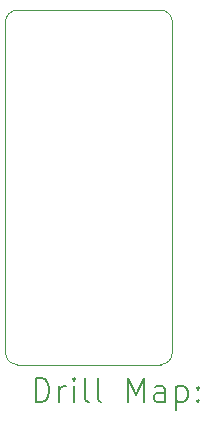
<source format=gbr>
%TF.GenerationSoftware,KiCad,Pcbnew,7.0.7*%
%TF.CreationDate,2023-11-28T10:38:12+01:00*%
%TF.ProjectId,wago kf141v adapter,7761676f-206b-4663-9134-317620616461,rev?*%
%TF.SameCoordinates,Original*%
%TF.FileFunction,Drillmap*%
%TF.FilePolarity,Positive*%
%FSLAX45Y45*%
G04 Gerber Fmt 4.5, Leading zero omitted, Abs format (unit mm)*
G04 Created by KiCad (PCBNEW 7.0.7) date 2023-11-28 10:38:12*
%MOMM*%
%LPD*%
G01*
G04 APERTURE LIST*
%ADD10C,0.100000*%
%ADD11C,0.200000*%
G04 APERTURE END LIST*
D10*
X13800000Y-7200000D02*
X15013000Y-7200000D01*
X13800000Y-10200000D02*
X15013000Y-10200000D01*
X13700000Y-7300000D02*
X13700000Y-10100000D01*
X15013000Y-10200000D02*
G75*
G03*
X15113000Y-10100000I0J100000D01*
G01*
X15113000Y-7300000D02*
G75*
G03*
X15013000Y-7200000I-100000J0D01*
G01*
X15113000Y-7300000D02*
X15113000Y-10100000D01*
X13700000Y-10100000D02*
G75*
G03*
X13800000Y-10200000I100000J0D01*
G01*
X13800000Y-7200000D02*
G75*
G03*
X13700000Y-7300000I0J-100000D01*
G01*
D11*
X13955777Y-10516484D02*
X13955777Y-10316484D01*
X13955777Y-10316484D02*
X14003396Y-10316484D01*
X14003396Y-10316484D02*
X14031967Y-10326008D01*
X14031967Y-10326008D02*
X14051015Y-10345055D01*
X14051015Y-10345055D02*
X14060539Y-10364103D01*
X14060539Y-10364103D02*
X14070062Y-10402198D01*
X14070062Y-10402198D02*
X14070062Y-10430770D01*
X14070062Y-10430770D02*
X14060539Y-10468865D01*
X14060539Y-10468865D02*
X14051015Y-10487912D01*
X14051015Y-10487912D02*
X14031967Y-10506960D01*
X14031967Y-10506960D02*
X14003396Y-10516484D01*
X14003396Y-10516484D02*
X13955777Y-10516484D01*
X14155777Y-10516484D02*
X14155777Y-10383150D01*
X14155777Y-10421246D02*
X14165301Y-10402198D01*
X14165301Y-10402198D02*
X14174824Y-10392674D01*
X14174824Y-10392674D02*
X14193872Y-10383150D01*
X14193872Y-10383150D02*
X14212920Y-10383150D01*
X14279586Y-10516484D02*
X14279586Y-10383150D01*
X14279586Y-10316484D02*
X14270062Y-10326008D01*
X14270062Y-10326008D02*
X14279586Y-10335531D01*
X14279586Y-10335531D02*
X14289110Y-10326008D01*
X14289110Y-10326008D02*
X14279586Y-10316484D01*
X14279586Y-10316484D02*
X14279586Y-10335531D01*
X14403396Y-10516484D02*
X14384348Y-10506960D01*
X14384348Y-10506960D02*
X14374824Y-10487912D01*
X14374824Y-10487912D02*
X14374824Y-10316484D01*
X14508158Y-10516484D02*
X14489110Y-10506960D01*
X14489110Y-10506960D02*
X14479586Y-10487912D01*
X14479586Y-10487912D02*
X14479586Y-10316484D01*
X14736729Y-10516484D02*
X14736729Y-10316484D01*
X14736729Y-10316484D02*
X14803396Y-10459341D01*
X14803396Y-10459341D02*
X14870062Y-10316484D01*
X14870062Y-10316484D02*
X14870062Y-10516484D01*
X15051015Y-10516484D02*
X15051015Y-10411722D01*
X15051015Y-10411722D02*
X15041491Y-10392674D01*
X15041491Y-10392674D02*
X15022443Y-10383150D01*
X15022443Y-10383150D02*
X14984348Y-10383150D01*
X14984348Y-10383150D02*
X14965301Y-10392674D01*
X15051015Y-10506960D02*
X15031967Y-10516484D01*
X15031967Y-10516484D02*
X14984348Y-10516484D01*
X14984348Y-10516484D02*
X14965301Y-10506960D01*
X14965301Y-10506960D02*
X14955777Y-10487912D01*
X14955777Y-10487912D02*
X14955777Y-10468865D01*
X14955777Y-10468865D02*
X14965301Y-10449817D01*
X14965301Y-10449817D02*
X14984348Y-10440293D01*
X14984348Y-10440293D02*
X15031967Y-10440293D01*
X15031967Y-10440293D02*
X15051015Y-10430770D01*
X15146253Y-10383150D02*
X15146253Y-10583150D01*
X15146253Y-10392674D02*
X15165301Y-10383150D01*
X15165301Y-10383150D02*
X15203396Y-10383150D01*
X15203396Y-10383150D02*
X15222443Y-10392674D01*
X15222443Y-10392674D02*
X15231967Y-10402198D01*
X15231967Y-10402198D02*
X15241491Y-10421246D01*
X15241491Y-10421246D02*
X15241491Y-10478389D01*
X15241491Y-10478389D02*
X15231967Y-10497436D01*
X15231967Y-10497436D02*
X15222443Y-10506960D01*
X15222443Y-10506960D02*
X15203396Y-10516484D01*
X15203396Y-10516484D02*
X15165301Y-10516484D01*
X15165301Y-10516484D02*
X15146253Y-10506960D01*
X15327205Y-10497436D02*
X15336729Y-10506960D01*
X15336729Y-10506960D02*
X15327205Y-10516484D01*
X15327205Y-10516484D02*
X15317682Y-10506960D01*
X15317682Y-10506960D02*
X15327205Y-10497436D01*
X15327205Y-10497436D02*
X15327205Y-10516484D01*
X15327205Y-10392674D02*
X15336729Y-10402198D01*
X15336729Y-10402198D02*
X15327205Y-10411722D01*
X15327205Y-10411722D02*
X15317682Y-10402198D01*
X15317682Y-10402198D02*
X15327205Y-10392674D01*
X15327205Y-10392674D02*
X15327205Y-10411722D01*
M02*

</source>
